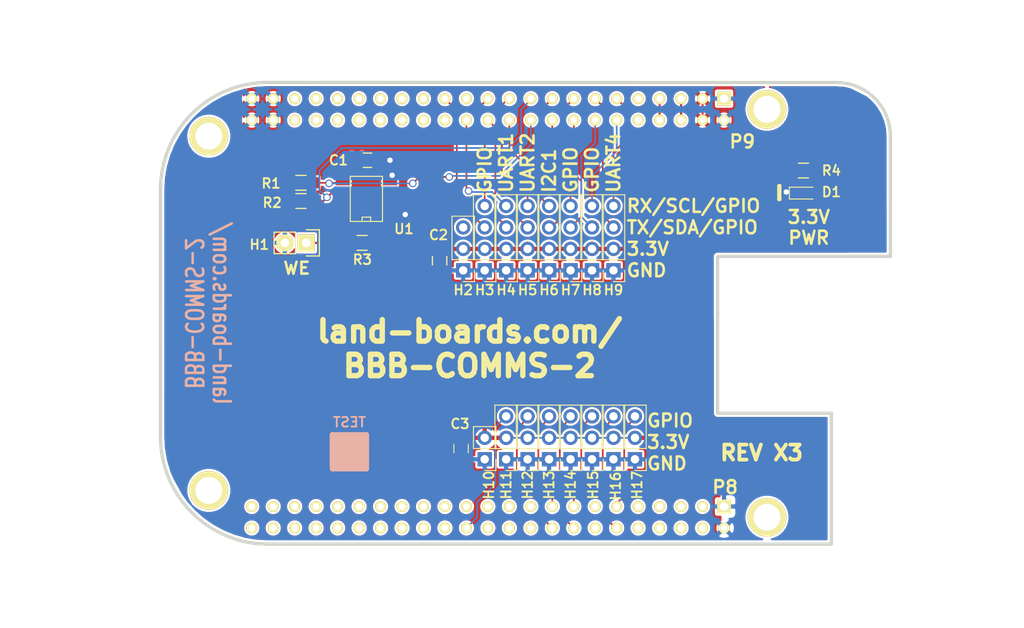
<source format=kicad_pcb>
(kicad_pcb (version 20171130) (host pcbnew "(5.1.10)-1")
  (title_block (title "Prototype cape for BeagleBone") (date "17 aug 2014") (rev 0.3) (company "Jacek Radzikowski <jacek.radzikowski@gmail.com>"))
  (layers (0 Front signal) (31 Back signal) (36 B.SilkS user) (37 F.SilkS user) (38 B.Mask user) (39 F.Mask user) (44 Edge.Cuts user))
  (net 0 "")
  (net 1 GND)
  (net 2 VDD_5V-UF)
  (net 3 VDD_3V3-UF)
  (net 4 SYS_5V)
  (net 5 "/P9 Connector/UART4_RXD")
  (net 6 "/P9 Connector/UART4_TXD")
  (net 7 "/P9 Connector/I2C1_SCL")
  (net 8 "/P9 Connector/I2C1_SDA")
  (net 9 "/P9 Connector/UART2_TXD")
  (net 10 "/P9 Connector/UART2_RXD")
  (net 11 "/P9 Connector/UART1_TXD")
  (net 12 "/P9 Connector/UART1_RXD")
  (net 13 I2C2_SCL)
  (net 14 I2C2_SDA)
  (net 15 "Net-(D1-Pad2)")
  (net 16 "/P9 Connector/GPIO1_28")
  (net 17 "/P9 Connector/EHRPWM1A")
  (net 18 "/P9 Connector/GPIO1_16")
  (net 19 "/P9 Connector/EHRPWM1B")
  (net 20 "/P9 Connector/GPIO1_17")
  (net 21 "/P9 Connector/GPIO3_19")
  (net 22 "/P8 Connector/GPIO1_13")
  (net 23 "/P8 Connector/GPIO1_12")
  (net 24 "/P8 Connector/GPIO1_15")
  (net 25 "/P8 Connector/GPIO1_14")
  (net 26 "/P8 Connector/GPIO0_27")
  (net 27 "/P8 Connector/GPIO2_1")
  (net 28 "/P8 Connector/GPIO1_29")
  (net 29 "Net-(H1-Pad1)")
  (module FIDUCIAL (layer Front) (at 171.196 103.251)
    (fp_text reference FID1 hide)
    (fp_text value CONN_1 hide)
    (pad 1 smd circle (at 0 0) (size 1 1) (layers Front F.Mask) (clearance 1))
  )
  (module FIDUCIAL (layer Front) (at 136.6266 116.997501)
    (fp_text reference FID2 hide)
    (fp_text value CONN_1 hide)
    (pad 1 smd circle (at -39.5986 -53.497501) (size 1 1) (layers Front F.Mask) (clearance 1))
  )
  (module dougsLib:SO8E-wider (layer Front) (at 118.0846 66.4718 90)
    (fp_text reference U1 (at -3.556 4.445 180) (layer F.SilkS) (effects (font (size 1.143 1.143) (thickness 0.22225))))
    (fp_text value I2C-EEPROM hide)
    (pad 8 smd rect (at -1.905 -2.794 90) (size 0.59944 1.651) (layers Front F.Mask) (net 3 VDD_3V3-UF))
    (pad 1 smd rect (at -1.905 2.794 90) (size 0.59944 1.651) (layers Front F.Mask) (net 1 GND))
    (pad 7 smd rect (at -0.635 -2.794 90) (size 0.59944 1.651) (layers Front F.Mask) (net 29 "Net-(H1-Pad1)"))
    (pad 6 smd rect (at 0.635 -2.794 90) (size 0.59944 1.651) (layers Front F.Mask) (net 13 I2C2_SCL))
    (pad 5 smd rect (at 1.905 -2.794 90) (size 0.59944 1.651) (layers Front F.Mask) (net 14 I2C2_SDA))
    (pad 2 smd rect (at -0.635 2.794 90) (size 0.59944 1.651) (layers Front F.Mask) (net 1 GND))
    (pad 3 smd rect (at 0.635 2.794 90) (size 0.59944 1.651) (layers Front F.Mask) (net 3 VDD_3V3-UF))
    (pad 4 smd rect (at 1.905 2.794 90) (size 0.59944 1.651) (layers Front F.Mask) (net 1 GND))
  )
  (module dougsLib:BEAGLEBONE (layer Front) (at 136.906 80.01)
    (fp_text reference BRD1 hide)
    (fp_text value BEAGLEBONE hide)
    (pad M1 thru_hole circle (at -37.465 -20.955) (size 4.572 4.572) (drill 3.175) (layers *.Cu *.Mask F.SilkS))
    (pad M2 thru_hole circle (at 28.575 -24.13) (size 4.572 4.572) (drill 3.175) (layers *.Cu *.Mask F.SilkS))
    (pad M3 thru_hole circle (at 28.575 24.13) (size 4.572 4.572) (drill 3.175) (layers *.Cu *.Mask F.SilkS))
    (pad M4 thru_hole circle (at -37.465 20.955) (size 4.572 4.572) (drill 3.175) (layers *.Cu *.Mask F.SilkS))
    (pad C1 thru_hole rect (at 23.495 -25.4) (size 1.651 1.651) (drill 1.016) (layers *.Cu *.Mask F.SilkS) (net 1 GND))
    (pad C2 thru_hole circle (at 23.495 -22.86) (size 1.30048 1.30048) (drill 0.8001) (layers *.Cu *.Mask F.SilkS) (net 1 GND))
    (pad C3 thru_hole circle (at 20.955 -25.4) (size 1.30048 1.30048) (drill 0.8001) (layers *.Cu *.Mask F.SilkS) (net 3 VDD_3V3-UF))
    (pad C4 thru_hole circle (at 20.955 -22.86) (size 1.30048 1.30048) (drill 0.8001) (layers *.Cu *.Mask F.SilkS) (net 3 VDD_3V3-UF))
    (pad C5 thru_hole circle (at 18.415 -25.4) (size 1.30048 1.30048) (drill 0.8001) (layers *.Cu *.Mask F.SilkS) (net 2 VDD_5V-UF))
    (pad C6 thru_hole circle (at 18.415 -22.86) (size 1.30048 1.30048) (drill 0.8001) (layers *.Cu *.Mask F.SilkS) (net 2 VDD_5V-UF))
    (pad C7 thru_hole circle (at 15.875 -25.4) (size 1.30048 1.30048) (drill 0.8001) (layers *.Cu *.Mask F.SilkS) (net 4 SYS_5V))
    (pad C8 thru_hole circle (at 15.875 -22.86) (size 1.30048 1.30048) (drill 0.8001) (layers *.Cu *.Mask F.SilkS) (net 4 SYS_5V))
    (pad C9 thru_hole circle (at 13.335 -25.4) (size 1.30048 1.30048) (drill 0.8001) (layers *.Cu *.Mask F.SilkS))
    (pad C10 thru_hole circle (at 13.335 -22.86) (size 1.30048 1.30048) (drill 0.8001) (layers *.Cu *.Mask F.SilkS))
    (pad C11 thru_hole circle (at 10.795 -25.4) (size 1.30048 1.30048) (drill 0.8001) (layers *.Cu *.Mask F.SilkS) (net 5 "/P9 Connector/UART4_RXD"))
    (pad C12 thru_hole circle (at 10.795 -22.86) (size 1.30048 1.30048) (drill 0.8001) (layers *.Cu *.Mask F.SilkS) (net 16 "/P9 Connector/GPIO1_28"))
    (pad C13 thru_hole circle (at 8.255 -25.4) (size 1.30048 1.30048) (drill 0.8001) (layers *.Cu *.Mask F.SilkS) (net 6 "/P9 Connector/UART4_TXD"))
    (pad C14 thru_hole circle (at 8.255 -22.86) (size 1.30048 1.30048) (drill 0.8001) (layers *.Cu *.Mask F.SilkS) (net 17 "/P9 Connector/EHRPWM1A"))
    (pad C15 thru_hole circle (at 5.715 -25.4) (size 1.30048 1.30048) (drill 0.8001) (layers *.Cu *.Mask F.SilkS) (net 18 "/P9 Connector/GPIO1_16"))
    (pad C16 thru_hole circle (at 5.715 -22.86) (size 1.30048 1.30048) (drill 0.8001) (layers *.Cu *.Mask F.SilkS) (net 19 "/P9 Connector/EHRPWM1B"))
    (pad C17 thru_hole circle (at 3.175 -25.4) (size 1.30048 1.30048) (drill 0.8001) (layers *.Cu *.Mask F.SilkS) (net 7 "/P9 Connector/I2C1_SCL"))
    (pad C18 thru_hole circle (at 3.175 -22.86) (size 1.30048 1.30048) (drill 0.8001) (layers *.Cu *.Mask F.SilkS) (net 8 "/P9 Connector/I2C1_SDA"))
    (pad C19 thru_hole circle (at 0.635 -25.4) (size 1.30048 1.30048) (drill 0.8001) (layers *.Cu *.Mask F.SilkS) (net 13 I2C2_SCL))
    (pad C20 thru_hole circle (at 0.635 -22.86) (size 1.30048 1.30048) (drill 0.8001) (layers *.Cu *.Mask F.SilkS) (net 14 I2C2_SDA))
    (pad C21 thru_hole circle (at -1.905 -25.4) (size 1.30048 1.30048) (drill 0.8001) (layers *.Cu *.Mask F.SilkS) (net 9 "/P9 Connector/UART2_TXD"))
    (pad C22 thru_hole circle (at -1.905 -22.86) (size 1.30048 1.30048) (drill 0.8001) (layers *.Cu *.Mask F.SilkS) (net 10 "/P9 Connector/UART2_RXD"))
    (pad C23 thru_hole circle (at -4.445 -25.4) (size 1.30048 1.30048) (drill 0.8001) (layers *.Cu *.Mask F.SilkS) (net 20 "/P9 Connector/GPIO1_17"))
    (pad C24 thru_hole circle (at -4.445 -22.86) (size 1.30048 1.30048) (drill 0.8001) (layers *.Cu *.Mask F.SilkS) (net 11 "/P9 Connector/UART1_TXD"))
    (pad C25 thru_hole circle (at -6.985 -25.4) (size 1.30048 1.30048) (drill 0.8001) (layers *.Cu *.Mask F.SilkS))
    (pad C26 thru_hole circle (at -6.985 -22.86) (size 1.30048 1.30048) (drill 0.8001) (layers *.Cu *.Mask F.SilkS) (net 12 "/P9 Connector/UART1_RXD"))
    (pad C27 thru_hole circle (at -9.525 -25.4) (size 1.30048 1.30048) (drill 0.8001) (layers *.Cu *.Mask F.SilkS) (net 21 "/P9 Connector/GPIO3_19"))
    (pad C28 thru_hole circle (at -9.525 -22.86) (size 1.30048 1.30048) (drill 0.8001) (layers *.Cu *.Mask F.SilkS))
    (pad C29 thru_hole circle (at -12.065 -25.4) (size 1.30048 1.30048) (drill 0.8001) (layers *.Cu *.Mask F.SilkS))
    (pad C30 thru_hole circle (at -12.065 -22.86) (size 1.30048 1.30048) (drill 0.8001) (layers *.Cu *.Mask F.SilkS))
    (pad C31 thru_hole circle (at -14.605 -25.4) (size 1.30048 1.30048) (drill 0.8001) (layers *.Cu *.Mask F.SilkS))
    (pad C32 thru_hole circle (at -14.605 -22.86) (size 1.30048 1.30048) (drill 0.8001) (layers *.Cu *.Mask F.SilkS))
    (pad C33 thru_hole circle (at -17.145 -25.4) (size 1.30048 1.30048) (drill 0.8001) (layers *.Cu *.Mask F.SilkS))
    (pad C34 thru_hole circle (at -17.145 -22.86) (size 1.30048 1.30048) (drill 0.8001) (layers *.Cu *.Mask F.SilkS))
    (pad C35 thru_hole circle (at -19.685 -25.4) (size 1.30048 1.30048) (drill 0.8001) (layers *.Cu *.Mask F.SilkS))
    (pad C36 thru_hole circle (at -19.685 -22.86) (size 1.30048 1.30048) (drill 0.8001) (layers *.Cu *.Mask F.SilkS))
    (pad C37 thru_hole circle (at -22.225 -25.4) (size 1.30048 1.30048) (drill 0.8001) (layers *.Cu *.Mask F.SilkS))
    (pad C38 thru_hole circle (at -22.225 -22.86) (size 1.30048 1.30048) (drill 0.8001) (layers *.Cu *.Mask F.SilkS))
    (pad C39 thru_hole circle (at -24.765 -25.4) (size 1.30048 1.30048) (drill 0.8001) (layers *.Cu *.Mask F.SilkS))
    (pad C40 thru_hole circle (at -24.765 -22.86) (size 1.30048 1.30048) (drill 0.8001) (layers *.Cu *.Mask F.SilkS))
    (pad C41 thru_hole circle (at -27.305 -25.4) (size 1.30048 1.30048) (drill 0.8001) (layers *.Cu *.Mask F.SilkS))
    (pad C42 thru_hole circle (at -27.305 -22.86) (size 1.30048 1.30048) (drill 0.8001) (layers *.Cu *.Mask F.SilkS))
    (pad C43 thru_hole circle (at -29.845 -25.4) (size 1.30048 1.30048) (drill 0.8001) (layers *.Cu *.Mask F.SilkS) (net 1 GND))
    (pad C44 thru_hole circle (at -29.845 -22.86) (size 1.30048 1.30048) (drill 0.8001) (layers *.Cu *.Mask F.SilkS) (net 1 GND))
    (pad C45 thru_hole circle (at -32.385 -25.4) (size 1.30048 1.30048) (drill 0.8001) (layers *.Cu *.Mask F.SilkS) (net 1 GND))
    (pad C46 thru_hole circle (at -32.385 -22.86) (size 1.30048 1.30048) (drill 0.8001) (layers *.Cu *.Mask F.SilkS) (net 1 GND))
    (pad B1 thru_hole rect (at 23.495 22.86) (size 1.651 1.651) (drill 1.016) (layers *.Cu *.Mask F.SilkS) (net 1 GND))
    (pad B2 thru_hole circle (at 23.495 25.4) (size 1.30048 1.30048) (drill 0.8001) (layers *.Cu *.Mask F.SilkS) (net 1 GND))
    (pad B3 thru_hole circle (at 20.955 22.86) (size 1.30048 1.30048) (drill 0.8001) (layers *.Cu *.Mask F.SilkS))
    (pad B4 thru_hole circle (at 20.955 25.4) (size 1.30048 1.30048) (drill 0.8001) (layers *.Cu *.Mask F.SilkS))
    (pad B5 thru_hole circle (at 18.415 22.86) (size 1.30048 1.30048) (drill 0.8001) (layers *.Cu *.Mask F.SilkS))
    (pad B6 thru_hole circle (at 18.415 25.4) (size 1.30048 1.30048) (drill 0.8001) (layers *.Cu *.Mask F.SilkS))
    (pad B7 thru_hole circle (at 15.875 22.86) (size 1.30048 1.30048) (drill 0.8001) (layers *.Cu *.Mask F.SilkS))
    (pad B8 thru_hole circle (at 15.875 25.4) (size 1.30048 1.30048) (drill 0.8001) (layers *.Cu *.Mask F.SilkS))
    (pad B9 thru_hole circle (at 13.335 22.86) (size 1.30048 1.30048) (drill 0.8001) (layers *.Cu *.Mask F.SilkS))
    (pad B10 thru_hole circle (at 13.335 25.4) (size 1.30048 1.30048) (drill 0.8001) (layers *.Cu *.Mask F.SilkS))
    (pad B11 thru_hole circle (at 10.795 22.86) (size 1.30048 1.30048) (drill 0.8001) (layers *.Cu *.Mask F.SilkS) (net 22 "/P8 Connector/GPIO1_13"))
    (pad B12 thru_hole circle (at 10.795 25.4) (size 1.30048 1.30048) (drill 0.8001) (layers *.Cu *.Mask F.SilkS) (net 23 "/P8 Connector/GPIO1_12"))
    (pad B13 thru_hole circle (at 8.255 22.86) (size 1.30048 1.30048) (drill 0.8001) (layers *.Cu *.Mask F.SilkS))
    (pad B14 thru_hole circle (at 8.255 25.4) (size 1.30048 1.30048) (drill 0.8001) (layers *.Cu *.Mask F.SilkS))
    (pad B15 thru_hole circle (at 5.715 22.86) (size 1.30048 1.30048) (drill 0.8001) (layers *.Cu *.Mask F.SilkS) (net 24 "/P8 Connector/GPIO1_15"))
    (pad B16 thru_hole circle (at 5.715 25.4) (size 1.30048 1.30048) (drill 0.8001) (layers *.Cu *.Mask F.SilkS) (net 25 "/P8 Connector/GPIO1_14"))
    (pad B17 thru_hole circle (at 3.175 22.86) (size 1.30048 1.30048) (drill 0.8001) (layers *.Cu *.Mask F.SilkS) (net 26 "/P8 Connector/GPIO0_27"))
    (pad B18 thru_hole circle (at 3.175 25.4) (size 1.30048 1.30048) (drill 0.8001) (layers *.Cu *.Mask F.SilkS) (net 27 "/P8 Connector/GPIO2_1"))
    (pad B19 thru_hole circle (at 0.635 22.86) (size 1.30048 1.30048) (drill 0.8001) (layers *.Cu *.Mask F.SilkS))
    (pad B20 thru_hole circle (at 0.635 25.4) (size 1.30048 1.30048) (drill 0.8001) (layers *.Cu *.Mask F.SilkS))
    (pad B21 thru_hole circle (at -1.905 22.86) (size 1.30048 1.30048) (drill 0.8001) (layers *.Cu *.Mask F.SilkS))
    (pad B22 thru_hole circle (at -1.905 25.4) (size 1.30048 1.30048) (drill 0.8001) (layers *.Cu *.Mask F.SilkS))
    (pad B23 thru_hole circle (at -4.445 22.86) (size 1.30048 1.30048) (drill 0.8001) (layers *.Cu *.Mask F.SilkS))
    (pad B24 thru_hole circle (at -4.445 25.4) (size 1.30048 1.30048) (drill 0.8001) (layers *.Cu *.Mask F.SilkS))
    (pad B25 thru_hole circle (at -6.985 22.86) (size 1.30048 1.30048) (drill 0.8001) (layers *.Cu *.Mask F.SilkS))
    (pad B26 thru_hole circle (at -6.985 25.4) (size 1.30048 1.30048) (drill 0.8001) (layers *.Cu *.Mask F.SilkS) (net 28 "/P8 Connector/GPIO1_29"))
    (pad B27 thru_hole circle (at -9.525 22.86) (size 1.30048 1.30048) (drill 0.8001) (layers *.Cu *.Mask F.SilkS))
    (pad B28 thru_hole circle (at -9.525 25.4) (size 1.30048 1.30048) (drill 0.8001) (layers *.Cu *.Mask F.SilkS))
    (pad B29 thru_hole circle (at -12.065 22.86) (size 1.30048 1.30048) (drill 0.8001) (layers *.Cu *.Mask F.SilkS))
    (pad B30 thru_hole circle (at -12.065 25.4) (size 1.30048 1.30048) (drill 0.8001) (layers *.Cu *.Mask F.SilkS))
    (pad B31 thru_hole circle (at -14.605 22.86) (size 1.30048 1.30048) (drill 0.8001) (layers *.Cu *.Mask F.SilkS))
    (pad B32 thru_hole circle (at -14.605 25.4) (size 1.30048 1.30048) (drill 0.8001) (layers *.Cu *.Mask F.SilkS))
    (pad B33 thru_hole circle (at -17.145 22.86) (size 1.30048 1.30048) (drill 0.8001) (layers *.Cu *.Mask F.SilkS))
    (pad B34 thru_hole circle (at -17.145 25.4) (size 1.30048 1.30048) (drill 0.8001) (layers *.Cu *.Mask F.SilkS))
    (pad B35 thru_hole circle (at -19.685 22.86) (size 1.30048 1.30048) (drill 0.8001) (layers *.Cu *.Mask F.SilkS))
    (pad B36 thru_hole circle (at -19.685 25.4) (size 1.30048 1.30048) (drill 0.8001) (layers *.Cu *.Mask F.SilkS))
    (pad B37 thru_hole circle (at -22.225 22.86) (size 1.30048 1.30048) (drill 0.8001) (layers *.Cu *.Mask F.SilkS))
    (pad B38 thru_hole circle (at -22.225 25.4) (size 1.30048 1.30048) (drill 0.8001) (layers *.Cu *.Mask F.SilkS))
    (pad B39 thru_hole circle (at -24.765 22.86) (size 1.30048 1.30048) (drill 0.8001) (layers *.Cu *.Mask F.SilkS))
    (pad B40 thru_hole circle (at -24.765 25.4) (size 1.30048 1.30048) (drill 0.8001) (layers *.Cu *.Mask F.SilkS))
    (pad B41 thru_hole circle (at -27.305 22.86) (size 1.30048 1.30048) (drill 0.8001) (layers *.Cu *.Mask F.SilkS))
    (pad B42 thru_hole circle (at -27.305 25.4) (size 1.30048 1.30048) (drill 0.8001) (layers *.Cu *.Mask F.SilkS))
    (pad B43 thru_hole circle (at -29.845 22.86) (size 1.30048 1.30048) (drill 0.8001) (layers *.Cu *.Mask F.SilkS))
    (pad B44 thru_hole circle (at -29.845 25.4) (size 1.30048 1.30048) (drill 0.8001) (layers *.Cu *.Mask F.SilkS))
    (pad B45 thru_hole circle (at -32.385 22.86) (size 1.30048 1.30048) (drill 0.8001) (layers *.Cu *.Mask F.SilkS))
    (pad B46 thru_hole circle (at -32.385 25.4) (size 1.30048 1.30048) (drill 0.8001) (layers *.Cu *.Mask F.SilkS))
  )
  (module Pin_Headers:Pin_Header_Straight_1x02 (layer Front) (at 110.9726 71.6788 270)
    (fp_text reference H1 (at 0.2032 5.5626) (layer F.SilkS) (effects (font (size 1.143 1.143) (thickness 0.22225))))
    (fp_text value CONN_2 hide)
    (pad 1 thru_hole rect (at 0 0 270) (size 2.032 2.032) (drill 1.016) (layers *.Cu *.Mask F.SilkS) (net 29 "Net-(H1-Pad1)"))
    (pad 2 thru_hole oval (at 0 2.54 270) (size 2.032 2.032) (drill 1.016) (layers *.Cu *.Mask F.SilkS) (net 1 GND))
  )
  (module Resistors_SMD:R_0805_HandSoldering (layer Front) (at 169.799 63.119)
    (fp_text reference R4 (at 3.302 0) (layer F.SilkS) (effects (font (size 1.143 1.143) (thickness 0.22225))))
    (fp_text value 120 hide)
    (pad 1 smd rect (at -1.35 0) (size 1.5 1.3) (layers Front F.Mask) (net 3 VDD_3V3-UF))
    (pad 2 smd rect (at 1.35 0) (size 1.5 1.3) (layers Front F.Mask) (net 15 "Net-(D1-Pad2)"))
  )
  (module Resistors_SMD:R_0805_HandSoldering (layer Front) (at 117.5766 71.6788 180)
    (fp_text reference R3 (at -0.0254 -1.9812) (layer F.SilkS) (effects (font (size 1.143 1.143) (thickness 0.22225))))
    (fp_text value 5.6K hide)
    (pad 1 smd rect (at -1.35 0 180) (size 1.5 1.3) (layers Front F.Mask) (net 3 VDD_3V3-UF))
    (pad 2 smd rect (at 1.35 0 180) (size 1.5 1.3) (layers Front F.Mask) (net 29 "Net-(H1-Pad1)"))
  )
  (module Resistors_SMD:R_0805_HandSoldering (layer Front) (at 110.3376 66.7258)
    (fp_text reference R2 (at -3.4036 0.2032) (layer F.SilkS) (effects (font (size 1.143 1.143) (thickness 0.22225))))
    (fp_text value 5.6K hide)
    (pad 1 smd rect (at -1.35 0) (size 1.5 1.3) (layers Front F.Mask) (net 3 VDD_3V3-UF))
    (pad 2 smd rect (at 1.35 0) (size 1.5 1.3) (layers Front F.Mask) (net 13 I2C2_SCL))
  )
  (module Resistors_SMD:R_0805_HandSoldering (layer Front) (at 110.3376 64.5668)
    (fp_text reference R1 (at -3.5306 0.0762) (layer F.SilkS) (effects (font (size 1.143 1.143) (thickness 0.22225))))
    (fp_text value 5.6K hide)
    (pad 1 smd rect (at -1.35 0) (size 1.5 1.3) (layers Front F.Mask) (net 3 VDD_3V3-UF))
    (pad 2 smd rect (at 1.35 0) (size 1.5 1.3) (layers Front F.Mask) (net 14 I2C2_SDA))
  )
  (module Capacitors_SMD:C_0805_HandSoldering (layer Front) (at 126.746 73.787 270)
    (fp_text reference C2 (at -3.048 0.127) (layer F.SilkS) (effects (font (size 1.143 1.143) (thickness 0.22225))))
    (fp_text value 1uF hide)
    (pad 1 smd rect (at -1.25 0 270) (size 1.5 1.25) (layers Front F.Mask) (net 3 VDD_3V3-UF))
    (pad 2 smd rect (at 1.25 0 270) (size 1.5 1.25) (layers Front F.Mask) (net 1 GND))
  )
  (module Capacitors_SMD:C_0805_HandSoldering (layer Front) (at 118.2116 61.8998)
    (fp_text reference C1 (at -3.429 0) (layer F.SilkS) (effects (font (size 1.143 1.143) (thickness 0.22225))))
    (fp_text value 104 hide)
    (pad 1 smd rect (at -1.25 0) (size 1.5 1.25) (layers Front F.Mask) (net 3 VDD_3V3-UF))
    (pad 2 smd rect (at 1.25 0) (size 1.5 1.25) (layers Front F.Mask) (net 1 GND))
  )
  (module Pin_Headers:Pin_Header_Straight_1x04_Pitch2.54mm (layer Front) (at 139.7 74.93 180)
    (fp_text reference H6 (at 0 -2.33 180) (layer F.SilkS) (effects (font (size 1.143 1.143) (thickness 0.22225))))
    (fp_text value CONN_01X04 hide)
    (pad 1 thru_hole rect (at 0 0 180) (size 1.7 1.7) (drill 1) (layers *.Cu *.Mask) (net 1 GND))
    (pad 2 thru_hole oval (at 0 2.54 180) (size 1.7 1.7) (drill 1) (layers *.Cu *.Mask) (net 3 VDD_3V3-UF))
    (pad 3 thru_hole oval (at 0 5.08 180) (size 1.7 1.7) (drill 1) (layers *.Cu *.Mask) (net 8 "/P9 Connector/I2C1_SDA"))
    (pad 4 thru_hole oval (at 0 7.62 180) (size 1.7 1.7) (drill 1) (layers *.Cu *.Mask) (net 7 "/P9 Connector/I2C1_SCL"))
  )
  (module Pin_Headers:Pin_Header_Straight_1x04_Pitch2.54mm (layer Front) (at 137.16 74.93 180)
    (fp_text reference H5 (at 0 -2.33 180) (layer F.SilkS) (effects (font (size 1.143 1.143) (thickness 0.22225))))
    (fp_text value CONN_01X04 hide)
    (pad 1 thru_hole rect (at 0 0 180) (size 1.7 1.7) (drill 1) (layers *.Cu *.Mask) (net 1 GND))
    (pad 2 thru_hole oval (at 0 2.54 180) (size 1.7 1.7) (drill 1) (layers *.Cu *.Mask) (net 3 VDD_3V3-UF))
    (pad 3 thru_hole oval (at 0 5.08 180) (size 1.7 1.7) (drill 1) (layers *.Cu *.Mask) (net 9 "/P9 Connector/UART2_TXD"))
    (pad 4 thru_hole oval (at 0 7.62 180) (size 1.7 1.7) (drill 1) (layers *.Cu *.Mask) (net 10 "/P9 Connector/UART2_RXD"))
  )
  (module Pin_Headers:Pin_Header_Straight_1x04_Pitch2.54mm (layer Front) (at 134.62 74.93 180)
    (fp_text reference H4 (at 0 -2.33 180) (layer F.SilkS) (effects (font (size 1.143 1.143) (thickness 0.22225))))
    (fp_text value CONN_01X04 hide)
    (pad 1 thru_hole rect (at 0 0 180) (size 1.7 1.7) (drill 1) (layers *.Cu *.Mask) (net 1 GND))
    (pad 2 thru_hole oval (at 0 2.54 180) (size 1.7 1.7) (drill 1) (layers *.Cu *.Mask) (net 3 VDD_3V3-UF))
    (pad 3 thru_hole oval (at 0 5.08 180) (size 1.7 1.7) (drill 1) (layers *.Cu *.Mask) (net 11 "/P9 Connector/UART1_TXD"))
    (pad 4 thru_hole oval (at 0 7.62 180) (size 1.7 1.7) (drill 1) (layers *.Cu *.Mask) (net 12 "/P9 Connector/UART1_RXD"))
  )
  (module LEDs:LED_0805 (layer Front) (at 169.926 65.786)
    (fp_text reference D1 (at 3.175 -0.127) (layer F.SilkS) (effects (font (size 1.143 1.143) (thickness 0.22225))))
    (fp_text value LED-fixed hide)
    (pad 2 smd rect (at 1.1 0 180) (size 1.2 1.2) (layers Front F.Mask) (net 15 "Net-(D1-Pad2)"))
    (pad 1 smd rect (at -1.1 0 180) (size 1.2 1.2) (layers Front F.Mask) (net 1 GND))
  )
  (module Pin_Headers:Pin_Header_Straight_1x04_Pitch2.54mm (layer Front) (at 142.24 74.93 180)
    (fp_text reference H7 (at 0 -2.33 180) (layer F.SilkS) (effects (font (size 1.143 1.143) (thickness 0.22225))))
    (fp_text value CONN_01X04 hide)
    (pad 1 thru_hole rect (at 0 0 180) (size 1.7 1.7) (drill 1) (layers *.Cu *.Mask) (net 1 GND))
    (pad 2 thru_hole oval (at 0 2.54 180) (size 1.7 1.7) (drill 1) (layers *.Cu *.Mask) (net 3 VDD_3V3-UF))
    (pad 3 thru_hole oval (at 0 5.08 180) (size 1.7 1.7) (drill 1) (layers *.Cu *.Mask) (net 19 "/P9 Connector/EHRPWM1B"))
    (pad 4 thru_hole oval (at 0 7.62 180) (size 1.7 1.7) (drill 1) (layers *.Cu *.Mask) (net 18 "/P9 Connector/GPIO1_16"))
  )
  (module Pin_Headers:Pin_Header_Straight_1x04_Pitch2.54mm (layer Front) (at 144.78 74.93 180)
    (fp_text reference H8 (at 0 -2.33 180) (layer F.SilkS) (effects (font (size 1.143 1.143) (thickness 0.22225))))
    (fp_text value CONN_01X04 hide)
    (pad 1 thru_hole rect (at 0 0 180) (size 1.7 1.7) (drill 1) (layers *.Cu *.Mask) (net 1 GND))
    (pad 2 thru_hole oval (at 0 2.54 180) (size 1.7 1.7) (drill 1) (layers *.Cu *.Mask) (net 3 VDD_3V3-UF))
    (pad 3 thru_hole oval (at 0 5.08 180) (size 1.7 1.7) (drill 1) (layers *.Cu *.Mask) (net 17 "/P9 Connector/EHRPWM1A"))
    (pad 4 thru_hole oval (at 0 7.62 180) (size 1.7 1.7) (drill 1) (layers *.Cu *.Mask) (net 16 "/P9 Connector/GPIO1_28"))
  )
  (module Pin_Headers:Pin_Header_Straight_1x04_Pitch2.54mm (layer Front) (at 132.08 74.93 180)
    (fp_text reference H3 (at 0 -2.33 180) (layer F.SilkS) (effects (font (size 1.143 1.143) (thickness 0.22225))))
    (fp_text value CONN_01X04 hide)
    (pad 1 thru_hole rect (at 0 0 180) (size 1.7 1.7) (drill 1) (layers *.Cu *.Mask) (net 1 GND))
    (pad 2 thru_hole oval (at 0 2.54 180) (size 1.7 1.7) (drill 1) (layers *.Cu *.Mask) (net 3 VDD_3V3-UF))
    (pad 3 thru_hole oval (at 0 5.08 180) (size 1.7 1.7) (drill 1) (layers *.Cu *.Mask) (net 21 "/P9 Connector/GPIO3_19"))
    (pad 4 thru_hole oval (at 0 7.62 180) (size 1.7 1.7) (drill 1) (layers *.Cu *.Mask) (net 20 "/P9 Connector/GPIO1_17"))
  )
  (module Pin_Headers:Pin_Header_Straight_1x03_Pitch2.54mm (layer Front) (at 142.24 97.282 180)
    (fp_text reference H14 (at 0 -3.048 270) (layer F.SilkS) (effects (font (size 1.143 1.143) (thickness 0.22225))))
    (fp_text value CONN_01X03 hide)
    (pad 1 thru_hole rect (at 0 0 180) (size 1.7 1.7) (drill 1) (layers *.Cu *.Mask) (net 1 GND))
    (pad 2 thru_hole oval (at 0 2.54 180) (size 1.7 1.7) (drill 1) (layers *.Cu *.Mask) (net 3 VDD_3V3-UF))
    (pad 3 thru_hole oval (at 0 5.08 180) (size 1.7 1.7) (drill 1) (layers *.Cu *.Mask) (net 25 "/P8 Connector/GPIO1_14"))
  )
  (module Pin_Headers:Pin_Header_Straight_1x03_Pitch2.54mm (layer Front) (at 139.7 97.282 180)
    (fp_text reference H13 (at 0 -3.048 270) (layer F.SilkS) (effects (font (size 1.143 1.143) (thickness 0.22225))))
    (fp_text value CONN_01X03 hide)
    (pad 1 thru_hole rect (at 0 0 180) (size 1.7 1.7) (drill 1) (layers *.Cu *.Mask) (net 1 GND))
    (pad 2 thru_hole oval (at 0 2.54 180) (size 1.7 1.7) (drill 1) (layers *.Cu *.Mask) (net 3 VDD_3V3-UF))
    (pad 3 thru_hole oval (at 0 5.08 180) (size 1.7 1.7) (drill 1) (layers *.Cu *.Mask) (net 26 "/P8 Connector/GPIO0_27"))
  )
  (module Pin_Headers:Pin_Header_Straight_1x03_Pitch2.54mm (layer Front) (at 137.16 97.282 180)
    (fp_text reference H12 (at 0 -3.048 270) (layer F.SilkS) (effects (font (size 1.143 1.143) (thickness 0.22225))))
    (fp_text value CONN_01X03 hide)
    (pad 1 thru_hole rect (at 0 0 180) (size 1.7 1.7) (drill 1) (layers *.Cu *.Mask) (net 1 GND))
    (pad 2 thru_hole oval (at 0 2.54 180) (size 1.7 1.7) (drill 1) (layers *.Cu *.Mask) (net 3 VDD_3V3-UF))
    (pad 3 thru_hole oval (at 0 5.08 180) (size 1.7 1.7) (drill 1) (layers *.Cu *.Mask) (net 27 "/P8 Connector/GPIO2_1"))
  )
  (module Pin_Headers:Pin_Header_Straight_1x03_Pitch2.54mm (layer Front) (at 134.62 97.282 180)
    (fp_text reference H11 (at 0 -3.048 270) (layer F.SilkS) (effects (font (size 1.143 1.143) (thickness 0.22225))))
    (fp_text value CONN_01X03 hide)
    (pad 1 thru_hole rect (at 0 0 180) (size 1.7 1.7) (drill 1) (layers *.Cu *.Mask) (net 1 GND))
    (pad 2 thru_hole oval (at 0 2.54 180) (size 1.7 1.7) (drill 1) (layers *.Cu *.Mask) (net 3 VDD_3V3-UF))
    (pad 3 thru_hole oval (at 0 5.08 180) (size 1.7 1.7) (drill 1) (layers *.Cu *.Mask) (net 28 "/P8 Connector/GPIO1_29"))
  )
  (module Capacitors_SMD:C_0805_HandSoldering (layer Front) (at 129.286 96.012 270)
    (fp_text reference C3 (at -2.921 0.127) (layer F.SilkS) (effects (font (size 1.143 1.143) (thickness 0.22225))))
    (fp_text value 104 hide)
    (pad 1 smd rect (at -1.25 0 270) (size 1.5 1.25) (layers Front F.Mask) (net 3 VDD_3V3-UF))
    (pad 2 smd rect (at 1.25 0 270) (size 1.5 1.25) (layers Front F.Mask) (net 1 GND))
  )
  (module Pin_Headers:Pin_Header_Straight_1x03_Pitch2.54mm (layer Front) (at 144.78 97.282 180)
    (fp_text reference H15 (at -0.127 -3.048 270) (layer F.SilkS) (effects (font (size 1.143 1.143) (thickness 0.22225))))
    (fp_text value CONN_01X03 hide)
    (pad 1 thru_hole rect (at 0 0 180) (size 1.7 1.7) (drill 1) (layers *.Cu *.Mask) (net 1 GND))
    (pad 2 thru_hole oval (at 0 2.54 180) (size 1.7 1.7) (drill 1) (layers *.Cu *.Mask) (net 3 VDD_3V3-UF))
    (pad 3 thru_hole oval (at 0 5.08 180) (size 1.7 1.7) (drill 1) (layers *.Cu *.Mask) (net 24 "/P8 Connector/GPIO1_15"))
  )
  (module Pin_Headers:Pin_Header_Straight_1x03_Pitch2.54mm (layer Front) (at 149.86 97.282 180)
    (fp_text reference H17 (at -0.254 -3.048 270) (layer F.SilkS) (effects (font (size 1.143 1.143) (thickness 0.22225))))
    (fp_text value CONN_01X03 hide)
    (pad 1 thru_hole rect (at 0 0 180) (size 1.7 1.7) (drill 1) (layers *.Cu *.Mask) (net 1 GND))
    (pad 2 thru_hole oval (at 0 2.54 180) (size 1.7 1.7) (drill 1) (layers *.Cu *.Mask) (net 3 VDD_3V3-UF))
    (pad 3 thru_hole oval (at 0 5.08 180) (size 1.7 1.7) (drill 1) (layers *.Cu *.Mask) (net 22 "/P8 Connector/GPIO1_13"))
  )
  (module Pin_Headers:Pin_Header_Straight_1x03_Pitch2.54mm (layer Front) (at 147.32 97.282 180)
    (fp_text reference H16 (at -0.254 -3.175 270) (layer F.SilkS) (effects (font (size 1.143 1.143) (thickness 0.22225))))
    (fp_text value CONN_01X03 hide)
    (pad 1 thru_hole rect (at 0 0 180) (size 1.7 1.7) (drill 1) (layers *.Cu *.Mask) (net 1 GND))
    (pad 2 thru_hole oval (at 0 2.54 180) (size 1.7 1.7) (drill 1) (layers *.Cu *.Mask) (net 3 VDD_3V3-UF))
    (pad 3 thru_hole oval (at 0 5.08 180) (size 1.7 1.7) (drill 1) (layers *.Cu *.Mask) (net 23 "/P8 Connector/GPIO1_12"))
  )
  (module Pin_Headers:Pin_Header_Straight_1x02_Pitch2.54mm (layer Front) (at 132.08 97.282 180)
    (fp_text reference H10 (at -0.508 -3.048 270) (layer F.SilkS) (effects (font (size 1.143 1.143) (thickness 0.22225))))
    (fp_text value CONN_01X02 hide)
    (pad 1 thru_hole rect (at 0 0 180) (size 1.7 1.7) (drill 1) (layers *.Cu *.Mask) (net 1 GND))
    (pad 2 thru_hole oval (at 0 2.54 180) (size 1.7 1.7) (drill 1) (layers *.Cu *.Mask) (net 3 VDD_3V3-UF))
  )
  (module Pin_Headers:Pin_Header_Straight_1x04_Pitch2.54mm (layer Front) (at 147.32 74.93 180)
    (fp_text reference H9 (at 0 -2.33 180) (layer F.SilkS) (effects (font (size 1.143 1.143) (thickness 0.22225))))
    (fp_text value CONN_01X04 hide)
    (pad 1 thru_hole rect (at 0 0 180) (size 1.7 1.7) (drill 1) (layers *.Cu *.Mask) (net 1 GND))
    (pad 2 thru_hole oval (at 0 2.54 180) (size 1.7 1.7) (drill 1) (layers *.Cu *.Mask) (net 3 VDD_3V3-UF))
    (pad 3 thru_hole oval (at 0 5.08 180) (size 1.7 1.7) (drill 1) (layers *.Cu *.Mask) (net 6 "/P9 Connector/UART4_TXD"))
    (pad 4 thru_hole oval (at 0 7.62 180) (size 1.7 1.7) (drill 1) (layers *.Cu *.Mask) (net 5 "/P9 Connector/UART4_RXD"))
  )
  (module Pin_Headers:Pin_Header_Straight_1x03_Pitch2.54mm (layer Front) (at 129.54 74.93 180)
    (fp_text reference H2 (at 0 -2.33 180) (layer F.SilkS) (effects (font (size 1.143 1.143) (thickness 0.22225))))
    (fp_text value CONN_01X03 hide)
    (pad 1 thru_hole rect (at 0 0 180) (size 1.7 1.7) (drill 1) (layers *.Cu *.Mask) (net 1 GND))
    (pad 2 thru_hole oval (at 0 2.54 180) (size 1.7 1.7) (drill 1) (layers *.Cu *.Mask) (net 3 VDD_3V3-UF))
    (pad 3 thru_hole oval (at 0 5.08 180) (size 1.7 1.7) (drill 1) (layers *.Cu *.Mask))
  )
  (module LandBoards_Marking:TEST_BLK-REAR (layer Front) (at 116.078 96.393)
    (fp_text reference TEST (at 0 -3.5) (layer B.SilkS) (effects (font (size 1.143 1.143) (thickness 0.22225)) (justify mirror)))
    (fp_text value COUPON hide)
  )
  (gr_line (start 106.426 107.315) (end 173.101 107.31754) (layer Edge.Cuts) (width 0.381))
  (gr_line (start 106.377743 52.690865) (end 173.736 52.705) (layer Edge.Cuts) (width 0.381))
  (gr_text GPIO (at 151.13 92.71) (layer F.SilkS) (effects (font (size 1.524 1.524) (thickness 0.3048)) (justify left)))
  (gr_text 3.3V (at 151.13 95.25) (layer F.SilkS) (effects (font (size 1.524 1.524) (thickness 0.3048)) (justify left)))
  (gr_text GND (at 151.13 97.79) (layer F.SilkS) (effects (font (size 1.524 1.524) (thickness 0.3048)) (justify left)))
  (gr_text GPIO (at 144.78 65.913 90) (layer F.SilkS) (effects (font (size 1.524 1.524) (thickness 0.3048)) (justify left)))
  (gr_text GPIO (at 142.24 65.913 90) (layer F.SilkS) (effects (font (size 1.524 1.524) (thickness 0.3048)) (justify left)))
  (gr_text GPIO (at 132.08 65.913 90) (layer F.SilkS) (effects (font (size 1.524 1.524) (thickness 0.3048)) (justify left)))
  (gr_text GND (at 148.717 74.93) (layer F.SilkS) (effects (font (size 1.524 1.524) (thickness 0.3048)) (justify left)))
  (gr_text 3.3V (at 148.717 72.39) (layer F.SilkS) (effects (font (size 1.524 1.524) (thickness 0.3048)) (justify left)))
  (gr_text TX/SDA/GPIO (at 148.717 69.85) (layer F.SilkS) (effects (font (size 1.524 1.524) (thickness 0.3048)) (justify left)))
  (gr_text RX/SCL/GPIO (at 148.717 67.31) (layer F.SilkS) (effects (font (size 1.524 1.524) (thickness 0.3048)) (justify left)))
  (gr_text UART4 (at 147.32 65.913 90) (layer F.SilkS) (effects (font (size 1.524 1.524) (thickness 0.3048)) (justify left)))
  (gr_text I2C1 (at 139.7 65.913 90) (layer F.SilkS) (effects (font (size 1.524 1.524) (thickness 0.3048)) (justify left)))
  (gr_text UART2 (at 137.16 65.913 90) (layer F.SilkS) (effects (font (size 1.524 1.524) (thickness 0.3048)) (justify left)))
  (gr_text UART1 (at 134.62 65.913 90) (layer F.SilkS) (effects (font (size 1.524 1.524) (thickness 0.3048)) (justify left)))
  (gr_line (start 166.878 66.548) (end 166.878 64.897) (angle 90) (layer F.SilkS) (width 0.381))
  (gr_line (start 167.005 66.548) (end 166.878 66.548) (angle 90) (layer F.SilkS) (width 0.381))
  (gr_line (start 167.005 64.897) (end 167.005 66.548) (angle 90) (layer F.SilkS) (width 0.381))
  (gr_text P8 (at 160.528 100.584) (layer F.SilkS) (effects (font (size 1.524 1.524) (thickness 0.3048))))
  (gr_text P9 (at 162.56 59.69) (layer F.SilkS) (effects (font (size 1.524 1.524) (thickness 0.3048))))
  (gr_text WE (at 109.855 74.676) (layer F.SilkS) (effects (font (size 1.397 1.524) (thickness 0.3048))))
  (gr_line (start 123.19 52.705) (end 123.317 52.705) (angle 90) (layer F.SilkS) (width 0.381))
  (gr_line (start 110.744 52.705) (end 110.871 52.705) (angle 90) (layer F.SilkS) (width 0.381))
  (gr_text "3.3V\nPWR" (at 170.434 69.85) (layer F.SilkS) (effects (font (size 1.524 1.524) (thickness 0.3048))))
  (gr_text "REV X3" (at 164.846 96.52) (layer F.SilkS) (effects (font (size 1.778 1.778) (thickness 0.4445))))
  (gr_text "land-boards.com/\nBBB-COMMS-2" (at 99.314 80.01 -90) (layer B.SilkS) (effects (font (size 2.032 1.524) (thickness 0.3048)) (justify mirror)))
  (gr_text "land-boards.com/\nBBB-COMMS-2" (at 130.302 84.201) (layer F.SilkS) (effects (font (size 2.54 2.54) (thickness 0.635))))
  (gr_line (start 173.101 91.821) (end 159.639 91.821) (angle 90) (layer Edge.Cuts) (width 0.381))
  (gr_line (start 173.101 107.315) (end 173.101 91.81846) (angle 90) (layer Edge.Cuts) (width 0.381))
  (gr_line (start 159.639 73.279) (end 159.639 91.821) (angle 90) (layer Edge.Cuts) (width 0.381))
  (gr_line (start 180.086 73.279) (end 159.639 73.279) (angle 90) (layer Edge.Cuts) (width 0.381))
  (gr_line (start 93.728543 65.340065) (end 93.726 94.615) (angle 90) (layer Edge.Cuts) (width 0.381))
  (gr_line (start 180.086 59.055) (end 180.08854 73.279) (angle 90) (layer Edge.Cuts) (width 0.381))
  (gr_arc (start 173.736 59.055) (end 173.736 52.705) (angle 90) (layer Edge.Cuts) (width 0.381))
  (gr_arc (start 106.426 94.615) (end 106.426 107.315) (angle 90) (layer Edge.Cuts) (width 0.381))
  (gr_arc (start 106.377743 65.340065) (end 93.728543 65.340065) (angle 90) (layer Edge.Cuts) (width 0.381))
  (segment (start 129.54 74.93) (end 126.853 74.93) (width 0.2032) (layer Front) (net 1))
  (segment (start 126.853 74.93) (end 126.746 75.037) (width 0.2032) (layer Front) (net 1))
  (segment (start 129.286 97.262) (end 132.06 97.262) (width 0.2032) (layer Front) (net 1))
  (segment (start 132.06 97.262) (end 132.08 97.282) (width 0.2032) (layer Front) (net 1))
  (segment (start 132.06 74.91) (end 132.08 74.93) (width 0.508) (layer Front) (net 1))
  (via (at 120.8786 61.8998) (size 0.889) (layers Front Back) (net 1))
  (segment (start 119.4616 61.8998) (end 120.8786 61.8998) (width 0.254) (layer Front) (net 1))
  (segment (start 120.8786 63.9318) (end 121.1326 63.6778) (width 0.254) (layer Front) (net 1))
  (via (at 121.1326 63.6778) (size 0.889) (layers Front Back) (net 1))
  (segment (start 120.8786 64.5668) (end 120.8786 63.9318) (width 0.254) (layer Front) (net 1))
  (segment (start 168.9735 65.786) (end 167.894 65.786) (width 0.254) (layer Front) (net 1))
  (via (at 167.767 65.659) (size 0.889) (layers Front Back) (net 1))
  (segment (start 167.894 65.786) (end 167.767 65.659) (width 0.254) (layer Front) (net 1))
  (segment (start 122.6312 68.3768) (end 122.682 68.326) (width 0.2032) (layer Front) (net 1))
  (segment (start 122.6312 67.1068) (end 120.8786 67.1068) (width 0.2032) (layer Front) (net 1))
  (via (at 122.682 68.326) (size 0.889) (layers Front Back) (net 1))
  (segment (start 122.682 67.1576) (end 122.682 68.326) (width 0.2032) (layer Front) (net 1))
  (segment (start 122.6312 67.1068) (end 122.682 67.1576) (width 0.2032) (layer Front) (net 1))
  (segment (start 120.8786 68.3768) (end 122.6312 68.3768) (width 0.2032) (layer Front) (net 1))
  (segment (start 155.321 54.61) (end 155.321 57.15) (width 0.254) (layer Front) (net 2))
  (segment (start 137.16 94.742) (end 134.62 94.742) (width 0.2032) (layer Back) (net 3))
  (segment (start 139.7 94.742) (end 137.16 94.742) (width 0.2032) (layer Back) (net 3))
  (segment (start 142.24 94.742) (end 139.7 94.742) (width 0.2032) (layer Back) (net 3))
  (segment (start 144.78 94.742) (end 142.24 94.742) (width 0.2032) (layer Back) (net 3))
  (segment (start 147.32 94.742) (end 144.78 94.742) (width 0.2032) (layer Back) (net 3))
  (segment (start 149.86 94.742) (end 147.32 94.742) (width 0.2032) (layer Back) (net 3))
  (segment (start 132.06 72.41) (end 132.08 72.39) (width 0.2032) (layer Front) (net 3))
  (segment (start 157.861 57.15) (end 157.861 54.61) (width 0.254) (layer Front) (net 3))
  (segment (start 152.781 57.15) (end 152.8826 57.15) (width 0.254) (layer Front) (net 4))
  (segment (start 152.781 54.61) (end 152.781 57.15) (width 0.254) (layer Front) (net 4))
  (segment (start 147.32 67.31) (end 147.32 60.96) (width 0.2032) (layer Front) (net 5))
  (segment (start 148.971 55.88) (end 147.701 54.61) (width 0.2032) (layer Front) (net 5))
  (segment (start 148.971 59.309) (end 148.971 55.88) (width 0.2032) (layer Front) (net 5))
  (segment (start 147.32 60.96) (end 148.971 59.309) (width 0.2032) (layer Front) (net 5))
  (segment (start 147.32 69.85) (end 147.32 69.723) (width 0.2032) (layer Front) (net 6))
  (segment (start 147.32 69.723) (end 146.05 68.453) (width 0.2032) (layer Front) (net 6))
  (segment (start 146.05 68.453) (end 146.05 59.182) (width 0.2032) (layer Front) (net 6))
  (segment (start 146.05 59.182) (end 146.431 58.801) (width 0.2032) (layer Front) (net 6))
  (segment (start 146.431 58.801) (end 146.431 55.88) (width 0.2032) (layer Front) (net 6))
  (segment (start 146.431 55.88) (end 145.161 54.61) (width 0.2032) (layer Front) (net 6))
  (segment (start 145.161 54.737) (end 145.161 54.61) (width 0.2032) (layer Front) (net 6))
  (segment (start 138.938 55.753) (end 138.938 66.548) (width 0.2032) (layer Front) (net 7))
  (segment (start 138.938 55.753) (end 140.081 54.61) (width 0.2032) (layer Front) (net 7))
  (segment (start 138.938 66.548) (end 139.7 67.31) (width 0.2032) (layer Front) (net 7))
  (segment (start 140.081 57.15) (end 140.081 65.151) (width 0.2032) (layer Front) (net 8))
  (segment (start 140.081 65.151) (end 140.97 66.04) (width 0.2032) (layer Front) (net 8))
  (segment (start 140.97 68.834) (end 140.97 66.04) (width 0.2032) (layer Front) (net 8))
  (segment (start 140.025 57.206) (end 140.081 57.15) (width 0.2032) (layer Front) (net 8))
  (segment (start 139.7 69.85) (end 139.954 69.85) (width 0.2032) (layer Front) (net 8))
  (segment (start 139.954 69.85) (end 140.97 68.834) (width 0.2032) (layer Front) (net 8))
  (segment (start 135.89 68.58) (end 137.16 69.85) (width 0.2032) (layer Front) (net 9))
  (segment (start 135.89 65.278) (end 135.89 68.58) (width 0.2032) (layer Front) (net 9))
  (segment (start 134.112 63.5) (end 135.89 65.278) (width 0.2032) (layer Front) (net 9))
  (segment (start 134.112 58.039) (end 134.112 63.5) (width 0.2032) (layer Front) (net 9))
  (segment (start 133.731 57.658) (end 134.112 58.039) (width 0.2032) (layer Front) (net 9))
  (segment (start 133.731 55.753) (end 133.731 57.658) (width 0.2032) (layer Front) (net 9))
  (segment (start 135.001 54.61) (end 134.874 54.61) (width 0.2032) (layer Front) (net 9))
  (segment (start 134.874 54.61) (end 133.731 55.753) (width 0.2032) (layer Front) (net 9))
  (segment (start 137.16 62.738) (end 137.16 67.31) (width 0.2032) (layer Front) (net 10))
  (segment (start 135.001 60.579) (end 137.16 62.738) (width 0.2032) (layer Front) (net 10))
  (segment (start 135.001 57.15) (end 135.001 60.579) (width 0.2032) (layer Front) (net 10))
  (segment (start 134.62 69.85) (end 134.62 69.723) (width 0.2032) (layer Front) (net 11))
  (segment (start 134.62 69.723) (end 133.35 68.453) (width 0.2032) (layer Front) (net 11))
  (segment (start 133.35 68.453) (end 133.35 58.039) (width 0.2032) (layer Front) (net 11))
  (segment (start 133.35 58.039) (end 132.461 57.15) (width 0.2032) (layer Front) (net 11))
  (segment (start 132.969 65.659) (end 134.62 67.31) (width 0.2032) (layer Back) (net 12))
  (segment (start 130.302 65.659) (end 132.969 65.659) (width 0.2032) (layer Back) (net 12))
  (segment (start 130.175 65.532) (end 130.302 65.659) (width 0.2032) (layer Back) (net 12))
  (via (at 130.175 65.532) (size 0.889) (drill 0.635) (layers Front Back) (net 12))
  (segment (start 129.921 65.278) (end 130.175 65.532) (width 0.2032) (layer Front) (net 12))
  (segment (start 129.921 57.15) (end 129.921 65.278) (width 0.2032) (layer Front) (net 12))
  (segment (start 137.541 54.61) (end 137.541 54.737) (width 0.2032) (layer Back) (net 13))
  (segment (start 137.541 54.737) (end 136.398 55.88) (width 0.2032) (layer Back) (net 13))
  (segment (start 113.411 66.294) (end 113.4237 66.3067) (width 0.2032) (layer Front) (net 13))
  (via (at 113.411 66.294) (size 0.889) (drill 0.635) (layers Front Back) (net 13))
  (segment (start 112.522 65.405) (end 113.411 66.294) (width 0.2032) (layer Back) (net 13))
  (segment (start 112.522 63.119) (end 112.522 65.405) (width 0.2032) (layer Back) (net 13))
  (segment (start 115.189 60.452) (end 112.522 63.119) (width 0.2032) (layer Back) (net 13))
  (segment (start 134.874 60.452) (end 115.189 60.452) (width 0.2032) (layer Back) (net 13))
  (segment (start 136.398 58.928) (end 134.874 60.452) (width 0.2032) (layer Back) (net 13))
  (segment (start 136.398 55.88) (end 136.398 58.928) (width 0.2032) (layer Back) (net 13))
  (segment (start 113.8936 65.8368) (end 115.2906 65.8368) (width 0.2032) (layer Front) (net 13))
  (segment (start 113.0046 66.7258) (end 113.4237 66.3067) (width 0.2032) (layer Front) (net 13))
  (segment (start 113.4237 66.3067) (end 113.8936 65.8368) (width 0.2032) (layer Front) (net 13))
  (segment (start 111.6876 66.7258) (end 113.0046 66.7258) (width 0.2032) (layer Front) (net 13))
  (segment (start 113.665 64.643) (end 123.571 64.643) (width 0.2032) (layer Back) (net 14))
  (segment (start 127.889 63.881) (end 127.889 63.754) (width 0.2032) (layer Back) (net 14))
  (via (at 127.889 63.881) (size 0.889) (drill 0.635) (layers Front Back) (net 14))
  (segment (start 124.333 63.881) (end 127.889 63.881) (width 0.2032) (layer Front) (net 14))
  (segment (start 123.571 64.643) (end 124.333 63.881) (width 0.2032) (layer Front) (net 14))
  (via (at 123.571 64.643) (size 0.889) (drill 0.635) (layers Front Back) (net 14))
  (segment (start 137.541 57.15) (end 137.541 60.071) (width 0.2032) (layer Back) (net 14))
  (segment (start 113.665 64.643) (end 113.665 64.5668) (width 0.2032) (layer Front) (net 14))
  (via (at 113.665 64.643) (size 0.889) (drill 0.635) (layers Front Back) (net 14))
  (segment (start 133.858 63.754) (end 127.889 63.754) (width 0.2032) (layer Back) (net 14))
  (segment (start 137.541 60.071) (end 133.858 63.754) (width 0.2032) (layer Back) (net 14))
  (segment (start 137.414 57.277) (end 137.541 57.15) (width 0.2032) (layer Back) (net 14))
  (segment (start 111.6876 64.5668) (end 113.665 64.5668) (width 0.2032) (layer Front) (net 14))
  (segment (start 113.665 64.5668) (end 115.2906 64.5668) (width 0.2032) (layer Front) (net 14))
  (segment (start 170.8785 65.786) (end 170.8785 63.5) (width 0.254) (layer Front) (net 15))
  (segment (start 144.78 67.31) (end 144.78 63.754) (width 0.2032) (layer Back) (net 16))
  (segment (start 144.78 63.754) (end 147.701 60.833) (width 0.2032) (layer Back) (net 16))
  (segment (start 147.701 60.833) (end 147.701 57.15) (width 0.2032) (layer Back) (net 16))
  (segment (start 144.78 69.85) (end 143.51 68.58) (width 0.2032) (layer Back) (net 17))
  (segment (start 143.51 68.58) (end 143.51 61.468) (width 0.2032) (layer Back) (net 17))
  (segment (start 143.51 61.468) (end 145.161 59.817) (width 0.2032) (layer Back) (net 17))
  (segment (start 145.161 59.817) (end 145.161 57.15) (width 0.2032) (layer Back) (net 17))
  (segment (start 142.24 67.31) (end 142.24 64.389) (width 0.2032) (layer Front) (net 18))
  (segment (start 142.24 64.389) (end 141.351 63.5) (width 0.2032) (layer Front) (net 18))
  (segment (start 141.351 63.5) (end 141.351 55.88) (width 0.2032) (layer Front) (net 18))
  (segment (start 141.351 55.88) (end 142.621 54.61) (width 0.2032) (layer Front) (net 18))
  (segment (start 143.51 68.58) (end 142.24 69.85) (width 0.2032) (layer Front) (net 19))
  (segment (start 143.51 64.389) (end 143.51 68.58) (width 0.2032) (layer Front) (net 19))
  (segment (start 142.621 63.5) (end 143.51 64.389) (width 0.2032) (layer Front) (net 19))
  (segment (start 142.621 57.15) (end 142.621 63.5) (width 0.2032) (layer Front) (net 19))
  (segment (start 132.08 67.31) (end 132.08 59.309) (width 0.2032) (layer Front) (net 20))
  (segment (start 132.08 59.309) (end 131.318 58.547) (width 0.2032) (layer Front) (net 20))
  (segment (start 131.318 58.547) (end 131.318 55.753) (width 0.2032) (layer Front) (net 20))
  (segment (start 131.318 55.753) (end 132.461 54.61) (width 0.2032) (layer Front) (net 20))
  (segment (start 132.08 69.85) (end 130.81 68.58) (width 0.2032) (layer Front) (net 21))
  (segment (start 130.429 66.294) (end 129.54 66.294) (width 0.2032) (layer Front) (net 21))
  (segment (start 130.81 66.675) (end 130.429 66.294) (width 0.2032) (layer Front) (net 21))
  (segment (start 130.81 68.58) (end 130.81 66.675) (width 0.2032) (layer Front) (net 21))
  (segment (start 129.54 66.294) (end 128.778 65.532) (width 0.2032) (layer Front) (net 21))
  (segment (start 128.778 65.532) (end 128.778 56.007) (width 0.2032) (layer Front) (net 21))
  (segment (start 128.778 56.007) (end 127.381 54.61) (width 0.2032) (layer Front) (net 21))
  (segment (start 147.701 102.87) (end 147.701 102.489) (width 0.2032) (layer Front) (net 22))
  (segment (start 147.701 102.489) (end 148.59 101.6) (width 0.2032) (layer Front) (net 22))
  (segment (start 148.59 101.6) (end 148.59 93.98) (width 0.2032) (layer Front) (net 22))
  (segment (start 148.59 93.98) (end 149.86 92.202) (width 0.2032) (layer Front) (net 22))
  (segment (start 147.701 105.41) (end 147.574 105.41) (width 0.2032) (layer Front) (net 23))
  (segment (start 147.574 105.41) (end 146.558 104.394) (width 0.2032) (layer Front) (net 23))
  (segment (start 146.558 104.394) (end 146.558 99.568) (width 0.2032) (layer Front) (net 23))
  (segment (start 146.558 99.568) (end 146.05 99.06) (width 0.2032) (layer Front) (net 23))
  (segment (start 146.05 99.06) (end 146.05 93.98) (width 0.2032) (layer Front) (net 23))
  (segment (start 146.05 93.98) (end 147.32 92.202) (width 0.2032) (layer Front) (net 23))
  (segment (start 142.621 102.87) (end 142.621 101.473) (width 0.2032) (layer Front) (net 24))
  (segment (start 143.51 93.472) (end 144.78 92.202) (width 0.2032) (layer Front) (net 24))
  (segment (start 143.51 100.584) (end 143.51 93.472) (width 0.2032) (layer Front) (net 24))
  (segment (start 142.621 101.473) (end 143.51 100.584) (width 0.2032) (layer Front) (net 24))
  (segment (start 140.97 93.98) (end 142.24 92.202) (width 0.2032) (layer Front) (net 25))
  (segment (start 140.97 100.33) (end 140.97 93.98) (width 0.2032) (layer Front) (net 25))
  (segment (start 141.351 100.711) (end 140.97 100.33) (width 0.2032) (layer Front) (net 25))
  (segment (start 141.351 104.14) (end 141.351 100.711) (width 0.2032) (layer Front) (net 25))
  (segment (start 142.621 105.41) (end 141.351 104.14) (width 0.2032) (layer Front) (net 25))
  (segment (start 140.081 102.87) (end 140.081 101.6) (width 0.2032) (layer Front) (net 26))
  (segment (start 138.43 93.98) (end 139.7 92.202) (width 0.2032) (layer Front) (net 26))
  (segment (start 138.43 99.949) (end 138.43 93.98) (width 0.2032) (layer Front) (net 26))
  (segment (start 140.081 101.6) (end 138.43 99.949) (width 0.2032) (layer Front) (net 26))
  (segment (start 135.89 93.98) (end 137.16 92.202) (width 0.2032) (layer Front) (net 27))
  (segment (start 135.89 99.822) (end 135.89 93.98) (width 0.2032) (layer Front) (net 27))
  (segment (start 137.16 101.092) (end 135.89 99.822) (width 0.2032) (layer Front) (net 27))
  (segment (start 137.922 101.092) (end 137.16 101.092) (width 0.2032) (layer Front) (net 27))
  (segment (start 138.684 101.854) (end 137.922 101.092) (width 0.2032) (layer Front) (net 27))
  (segment (start 138.684 104.013) (end 138.684 101.854) (width 0.2032) (layer Front) (net 27))
  (segment (start 140.081 105.41) (end 138.684 104.013) (width 0.2032) (layer Front) (net 27))
  (segment (start 133.35 93.472) (end 134.62 92.202) (width 0.2032) (layer Back) (net 28))
  (segment (start 133.35 100.203) (end 133.35 93.472) (width 0.2032) (layer Back) (net 28))
  (segment (start 131.191 102.362) (end 133.35 100.203) (width 0.2032) (layer Back) (net 28))
  (segment (start 131.191 104.14) (end 131.191 102.362) (width 0.2032) (layer Back) (net 28))
  (segment (start 129.921 105.41) (end 131.191 104.14) (width 0.2032) (layer Back) (net 28))
  (segment (start 110.9726 71.6788) (end 116.2266 71.6788) (width 0.254) (layer Front) (net 29))
  (segment (start 117.3226 67.1068) (end 117.5766 67.3608) (width 0.254) (layer Front) (net 29))
  (segment (start 117.5766 67.3608) (end 117.5766 69.0118) (width 0.254) (layer Front) (net 29))
  (segment (start 117.5766 69.0118) (end 116.2266 70.3618) (width 0.254) (layer Front) (net 29))
  (segment (start 116.2266 70.3618) (end 116.2266 71.6788) (width 0.254) (layer Front) (net 29))
  (segment (start 115.2906 67.1068) (end 117.3226 67.1068) (width 0.254) (layer Front) (net 29))
  (zone (net 1) (net_name GND) (layer Back) (connect_pads (clearance 0.254)) (min_thickness 0.254) (fill yes (arc_segments 16) (thermal_gap 0.508) (thermal_bridge_width 0.508))
    (polygon (pts (xy 173.9265 52.6415) (xy 178.689 55.0545) (xy 180.1495 59.1185) (xy 180.1495 73.279) (xy 159.7025 73.279) (xy 159.7025 91.821) (xy 173.101 91.821) (xy 173.101 107.315) (xy 134.0358 107.2642) (xy 103.4796 107.061) (xy 97.536 103.759) (xy 94.107 97.5106) (xy 93.8022 88.2142) (xy 93.726 65.278) (xy 94.615 60.325) (xy 97.155 56.7055) (xy 99.568 54.737) (xy 102.4255 53.2765) (xy 106.1085 52.6415)))
  )
  (zone (net 3) (net_name VDD_3V3-UF) (layer Front) (connect_pads (clearance 0.254)) (min_thickness 0.2032) (fill yes (arc_segments 16) (thermal_gap 0.508) (thermal_bridge_width 0.508))
    (polygon (pts (xy 158.877 52.832) (xy 175.26 52.832) (xy 175.133 73.025) (xy 158.875535 73.025) (xy 160.1724 106.1974) (xy 103.378 106.807) (xy 103.4796 52.959) (xy 158.5976 52.578)))
  )
)
</source>
